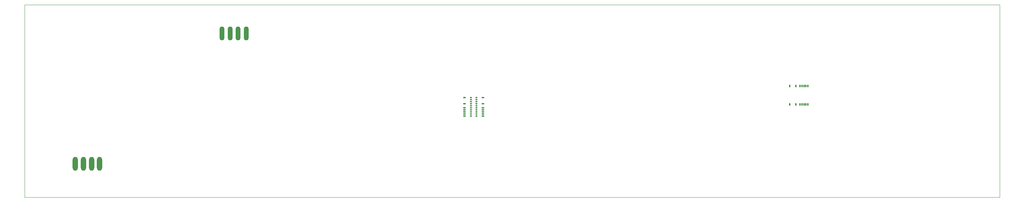
<source format=gtp>
G04 #@! TF.GenerationSoftware,KiCad,Pcbnew,(5.1.2)-2*
G04 #@! TF.CreationDate,2019-07-29T12:19:19-07:00*
G04 #@! TF.ProjectId,Pixel Connector Test Board,50697865-6c20-4436-9f6e-6e6563746f72,rev?*
G04 #@! TF.SameCoordinates,Original*
G04 #@! TF.FileFunction,Paste,Top*
G04 #@! TF.FilePolarity,Positive*
%FSLAX46Y46*%
G04 Gerber Fmt 4.6, Leading zero omitted, Abs format (unit mm)*
G04 Created by KiCad (PCBNEW (5.1.2)-2) date 2019-07-29 12:19:19*
%MOMM*%
%LPD*%
G04 APERTURE LIST*
%ADD10C,0.050000*%
%ADD11O,1.250000X3.500000*%
%ADD12O,1.300000X3.500000*%
%ADD13O,0.600000X0.300000*%
%ADD14O,0.700000X0.300000*%
%ADD15O,0.300000X0.700000*%
G04 APERTURE END LIST*
D10*
X253500000Y-59800000D02*
X227500000Y-59800000D01*
X54200000Y-59800000D02*
X227500000Y-59800000D01*
X253500000Y-12100000D02*
X253500000Y-59800000D01*
X54700000Y-12100000D02*
X253500000Y-12100000D01*
X12100000Y-36900000D02*
X12100000Y-59800000D01*
X12100000Y-12100000D02*
X54700000Y-12100000D01*
X12100000Y-59800000D02*
X54200000Y-59800000D01*
X12100000Y-12100000D02*
X12100000Y-36900000D01*
D11*
X67000000Y-19200000D03*
X65000000Y-19200000D03*
X63000000Y-19200000D03*
X61000000Y-19200000D03*
D12*
X30700000Y-51500000D03*
X28700000Y-51500000D03*
X26700000Y-51500000D03*
X24700000Y-51500000D03*
D13*
X124000000Y-35150000D03*
X124000000Y-35650000D03*
X124000000Y-36150000D03*
X124000000Y-36650000D03*
X124000000Y-37150000D03*
X124000000Y-37650000D03*
X124000000Y-38150000D03*
X124000000Y-38650000D03*
X124000000Y-39150000D03*
X124000000Y-39650000D03*
X122600000Y-35150000D03*
X122600000Y-35650000D03*
X122600000Y-36150000D03*
X122600000Y-36650000D03*
X122600000Y-37150000D03*
X122600000Y-37650000D03*
X122600000Y-38150000D03*
X122600000Y-38650000D03*
X122600000Y-39150000D03*
X122600000Y-39650000D03*
D14*
X125600000Y-37650000D03*
X125600000Y-36650000D03*
X125600000Y-35150000D03*
X125600000Y-38650000D03*
X125600000Y-39650000D03*
X125600000Y-39150000D03*
X125600000Y-38150000D03*
X121000000Y-35150000D03*
X121000000Y-36650000D03*
X121000000Y-37650000D03*
X121000000Y-38150000D03*
X121000000Y-38650000D03*
X121000000Y-39150000D03*
X121000000Y-39650000D03*
D15*
X204550000Y-36775000D03*
X204550000Y-32225000D03*
X201550000Y-36775000D03*
X205550000Y-36775000D03*
X206050000Y-36775000D03*
X203050000Y-36775000D03*
X204050000Y-36775000D03*
X205050000Y-36775000D03*
X206050000Y-32225000D03*
X205550000Y-32225000D03*
X205050000Y-32225000D03*
X203050000Y-32225000D03*
X204050000Y-32225000D03*
X201550000Y-32225000D03*
M02*

</source>
